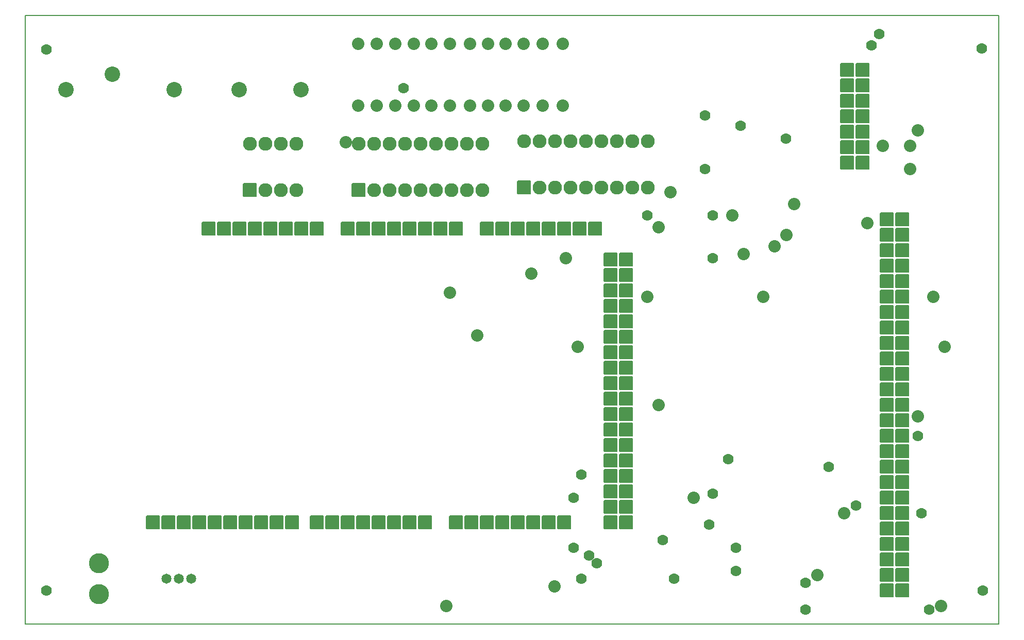
<source format=gbr>
G04 PROTEUS GERBER X2 FILE*
%TF.GenerationSoftware,Labcenter,Proteus,8.13-SP0-Build31525*%
%TF.CreationDate,2023-09-28T22:20:41+00:00*%
%TF.FileFunction,Soldermask,Bot*%
%TF.FilePolarity,Negative*%
%TF.Part,Single*%
%TF.SameCoordinates,{6b1b6182-4d37-414e-9227-abf112f8db44}*%
%FSLAX45Y45*%
%MOMM*%
G01*
%TA.AperFunction,Material*%
%ADD26C,1.778000*%
%ADD27C,2.032000*%
%AMPPAD020*
4,1,36,
-1.016000,-1.143000,
1.016000,-1.143000,
1.041970,-1.140470,
1.065980,-1.133200,
1.087580,-1.121650,
1.106290,-1.106290,
1.121650,-1.087570,
1.133200,-1.065980,
1.140470,-1.041970,
1.143000,-1.016000,
1.143000,1.016000,
1.140470,1.041970,
1.133200,1.065980,
1.121650,1.087570,
1.106290,1.106290,
1.087580,1.121650,
1.065980,1.133200,
1.041970,1.140470,
1.016000,1.143000,
-1.016000,1.143000,
-1.041970,1.140470,
-1.065980,1.133200,
-1.087580,1.121650,
-1.106290,1.106290,
-1.121650,1.087570,
-1.133200,1.065980,
-1.140470,1.041970,
-1.143000,1.016000,
-1.143000,-1.016000,
-1.140470,-1.041970,
-1.133200,-1.065980,
-1.121650,-1.087570,
-1.106290,-1.106290,
-1.087580,-1.121650,
-1.065980,-1.133200,
-1.041970,-1.140470,
-1.016000,-1.143000,
0*%
%TA.AperFunction,Material*%
%ADD28PPAD020*%
%AMPPAD021*
4,1,36,
-1.016000,1.143000,
1.016000,1.143000,
1.041970,1.140470,
1.065980,1.133200,
1.087580,1.121650,
1.106290,1.106290,
1.121650,1.087570,
1.133200,1.065980,
1.140470,1.041970,
1.143000,1.016000,
1.143000,-1.016000,
1.140470,-1.041970,
1.133200,-1.065980,
1.121650,-1.087570,
1.106290,-1.106290,
1.087580,-1.121650,
1.065980,-1.133200,
1.041970,-1.140470,
1.016000,-1.143000,
-1.016000,-1.143000,
-1.041970,-1.140470,
-1.065980,-1.133200,
-1.087580,-1.121650,
-1.106290,-1.106290,
-1.121650,-1.087570,
-1.133200,-1.065980,
-1.140470,-1.041970,
-1.143000,-1.016000,
-1.143000,1.016000,
-1.140470,1.041970,
-1.133200,1.065980,
-1.121650,1.087570,
-1.106290,1.106290,
-1.087580,1.121650,
-1.065980,1.133200,
-1.041970,1.140470,
-1.016000,1.143000,
0*%
%ADD29PPAD021*%
%TA.AperFunction,Material*%
%ADD72C,2.540000*%
%TA.AperFunction,Material*%
%ADD73C,2.286000*%
%TA.AperFunction,Material*%
%ADD30C,3.302000*%
%TA.AperFunction,Material*%
%ADD31C,1.651000*%
%TA.AperFunction,Profile*%
%ADD20C,0.203200*%
%TD.AperFunction*%
D26*
X+6032500Y+4699000D03*
X-1778000Y+3810000D03*
D27*
X+5016500Y-4191000D03*
X+698500Y-4381500D03*
D26*
X+2476500Y-3619500D03*
X+1143000Y-2540000D03*
X+1143000Y-4254500D03*
X+2667000Y-4254500D03*
X+3238500Y-3365500D03*
X+4826000Y-4318000D03*
X+4826000Y-4762500D03*
X+6731000Y-3175000D03*
X+6858000Y-4762500D03*
X+5207000Y-2413000D03*
X+1397000Y-4000500D03*
D27*
X+4635500Y+1905000D03*
X+7048500Y-4699000D03*
X-1079500Y-4699000D03*
X+3810000Y+1079500D03*
D26*
X+1270000Y-3873500D03*
D27*
X+5461000Y-3175000D03*
X+2984500Y-2921000D03*
D26*
X+3683000Y-3746500D03*
X+3683000Y-4127500D03*
X+3175000Y+2476500D03*
X+6667500Y-1905000D03*
X+1016000Y-2921000D03*
D27*
X+7112000Y-444500D03*
X+6667500Y-1587500D03*
D26*
X+3752272Y+3190792D03*
X+5905500Y+4508500D03*
X+5651500Y-3048000D03*
X+3302000Y-2857500D03*
X+3302000Y+1714500D03*
X+2222500Y+1714500D03*
X+3302000Y+1016000D03*
D27*
X-1016000Y+444500D03*
X+2413000Y-1397000D03*
X+6667500Y+3111500D03*
X+6096000Y+2857500D03*
X+6540500Y+2857500D03*
X+6540500Y+2476500D03*
X-2730500Y+2921000D03*
D26*
X+4504138Y+2978813D03*
X+3169996Y+3360454D03*
D27*
X+6921500Y+381000D03*
X+4127500Y+381000D03*
X+2222500Y+381000D03*
X+3619500Y+1714500D03*
X+2413000Y+1524000D03*
X+5842000Y+1587500D03*
X+4508500Y+1397000D03*
X+317500Y+762000D03*
X+889000Y+1016000D03*
X+4318000Y+1206500D03*
X+2603500Y+2095500D03*
X-571500Y-254000D03*
X+1079500Y-444500D03*
D26*
X+3556000Y-2286000D03*
X+1016000Y-3746500D03*
D28*
X-4978400Y+1498600D03*
X-4724400Y+1498600D03*
X-4470400Y+1498600D03*
X-4216400Y+1498600D03*
X-3962400Y+1498600D03*
X-3708400Y+1498600D03*
X-3454400Y+1498600D03*
X-3200400Y+1498600D03*
D29*
X-2692400Y+1498600D03*
D28*
X-2438400Y+1498600D03*
X-2184400Y+1498600D03*
X-1930400Y+1498600D03*
X-1676400Y+1498600D03*
X-1422400Y+1498600D03*
X-1168400Y+1498600D03*
X-914400Y+1498600D03*
X-406400Y+1498600D03*
X-152400Y+1498600D03*
X+101600Y+1498600D03*
X+355600Y+1498600D03*
X+609600Y+1498600D03*
X+863600Y+1498600D03*
X+1117600Y+1498600D03*
X+1371600Y+1498600D03*
X+1625600Y+990600D03*
X+1625600Y+736600D03*
X+1625600Y+482600D03*
X+1625600Y+228600D03*
X+1625600Y-25400D03*
X+1625600Y-279400D03*
X+1625600Y-533400D03*
X+1625600Y-787400D03*
X+1625600Y-1041400D03*
X+1625600Y-1295400D03*
X+1625600Y-1549400D03*
X+1625600Y-1803400D03*
X+1625600Y-2057400D03*
X+1625600Y-2311400D03*
X+1625600Y-2565400D03*
X+1625600Y-2819400D03*
X+1625600Y-3073400D03*
X+1625600Y-3327400D03*
X+1879600Y+990600D03*
X+1879600Y+736600D03*
X+1879600Y+482600D03*
X+1879600Y+228600D03*
X+1879600Y-25400D03*
X+1879600Y-279400D03*
X+1879600Y-533400D03*
X+1879600Y-787400D03*
X+1879600Y-1041400D03*
X+1879600Y-1295400D03*
X+1879600Y-1549400D03*
X+1879600Y-1803400D03*
X+1879600Y-2057400D03*
X+1879600Y-2311400D03*
X+1879600Y-2565400D03*
X+1879600Y-2819400D03*
X+1879600Y-3073400D03*
X+1879600Y-3327400D03*
X+863600Y-3327400D03*
X+609600Y-3327400D03*
X+355600Y-3327400D03*
X+101600Y-3327400D03*
X-152400Y-3327400D03*
X-406400Y-3327400D03*
X-660400Y-3327400D03*
X-914400Y-3327400D03*
X-1422400Y-3327400D03*
X-1676400Y-3327400D03*
X-1930400Y-3327400D03*
X-2184400Y-3327400D03*
X-2438400Y-3327400D03*
X-2692400Y-3327400D03*
X-2946400Y-3327400D03*
X-3200400Y-3327400D03*
X-3606800Y-3327400D03*
X-3860800Y-3327400D03*
X-4114800Y-3327400D03*
X-4368800Y-3327400D03*
X-4622800Y-3327400D03*
X-4876800Y-3327400D03*
X-5130800Y-3327400D03*
X-5384800Y-3327400D03*
X-5638800Y-3327400D03*
X-5892800Y-3327400D03*
D72*
X-5549900Y+3784600D03*
X-7327900Y+3784600D03*
X-6565900Y+4038600D03*
X-4483100Y+3784600D03*
X-3467100Y+3784600D03*
D27*
X-2527300Y+4533900D03*
X-2527300Y+3517900D03*
X-2222500Y+4533900D03*
X-2222500Y+3517900D03*
X-1917700Y+4533900D03*
X-1917700Y+3517900D03*
X-1612900Y+4533900D03*
X-1612900Y+3517900D03*
X-1320800Y+4533900D03*
X-1320800Y+3517900D03*
X-1016000Y+4533900D03*
X-1016000Y+3517900D03*
X-685800Y+4533900D03*
X-685800Y+3517900D03*
X-393700Y+4533900D03*
X-393700Y+3517900D03*
X-101600Y+4533900D03*
X-101600Y+3517900D03*
X+190500Y+4533900D03*
X+190500Y+3517900D03*
X+508000Y+4533900D03*
X+508000Y+3517900D03*
X+838200Y+4533900D03*
X+838200Y+3517900D03*
D29*
X-2514600Y+2133600D03*
D73*
X-2260600Y+2133600D03*
X-2006600Y+2133600D03*
X-1752600Y+2133600D03*
X-1498600Y+2133600D03*
X-1244600Y+2133600D03*
X-990600Y+2133600D03*
X-736600Y+2133600D03*
X-482600Y+2133600D03*
X-482600Y+2895600D03*
X-736600Y+2895600D03*
X-990600Y+2895600D03*
X-1244600Y+2895600D03*
X-1498600Y+2895600D03*
X-1752600Y+2895600D03*
X-2006600Y+2895600D03*
X-2260600Y+2895600D03*
X-2514600Y+2895600D03*
D29*
X+203200Y+2171700D03*
D73*
X+457200Y+2171700D03*
X+711200Y+2171700D03*
X+965200Y+2171700D03*
X+1219200Y+2171700D03*
X+1473200Y+2171700D03*
X+1727200Y+2171700D03*
X+1981200Y+2171700D03*
X+2235200Y+2171700D03*
X+2235200Y+2933700D03*
X+1981200Y+2933700D03*
X+1727200Y+2933700D03*
X+1473200Y+2933700D03*
X+1219200Y+2933700D03*
X+965200Y+2933700D03*
X+711200Y+2933700D03*
X+457200Y+2933700D03*
X+203200Y+2933700D03*
D29*
X+5511800Y+4102100D03*
X+5765800Y+4102100D03*
X+5511800Y+3848100D03*
X+5765800Y+3848100D03*
X+5511800Y+3594100D03*
X+5765800Y+3594100D03*
X+5511800Y+3340100D03*
X+5765800Y+3340100D03*
X+5511800Y+3086100D03*
X+5765800Y+3086100D03*
X+5511800Y+2832100D03*
X+5765800Y+2832100D03*
X+5511800Y+2578100D03*
X+5765800Y+2578100D03*
D30*
X-6781800Y-4000500D03*
X-6781800Y-4508500D03*
D29*
X-4305300Y+2133600D03*
D73*
X-4051300Y+2133600D03*
X-3797300Y+2133600D03*
X-3543300Y+2133600D03*
X-3543300Y+2895600D03*
X-3797300Y+2895600D03*
X-4051300Y+2895600D03*
X-4305300Y+2895600D03*
D29*
X+6159500Y-4445000D03*
X+6413500Y-4445000D03*
X+6159500Y-4191000D03*
X+6413500Y-4191000D03*
X+6159500Y-3937000D03*
X+6413500Y-3937000D03*
X+6159500Y-3683000D03*
X+6413500Y-3683000D03*
X+6159500Y-3429000D03*
X+6413500Y-3429000D03*
X+6159500Y-3175000D03*
X+6413500Y-3175000D03*
X+6159500Y-2921000D03*
X+6413500Y-2921000D03*
X+6159500Y-2667000D03*
X+6413500Y-2667000D03*
X+6159500Y-2413000D03*
X+6413500Y-2413000D03*
X+6159500Y-2159000D03*
X+6413500Y-2159000D03*
X+6159500Y-1905000D03*
X+6413500Y-1905000D03*
X+6159500Y-1651000D03*
X+6413500Y-1651000D03*
X+6159500Y-1397000D03*
X+6413500Y-1397000D03*
X+6159500Y-1143000D03*
X+6413500Y-1143000D03*
X+6159500Y-889000D03*
X+6413500Y-889000D03*
X+6159500Y-635000D03*
X+6413500Y-635000D03*
X+6159500Y-381000D03*
X+6413500Y-381000D03*
X+6159500Y-127000D03*
X+6413500Y-127000D03*
X+6159500Y+127000D03*
X+6413500Y+127000D03*
X+6159500Y+381000D03*
X+6413500Y+381000D03*
X+6159500Y+635000D03*
X+6413500Y+635000D03*
X+6159500Y+889000D03*
X+6413500Y+889000D03*
X+6159500Y+1143000D03*
X+6413500Y+1143000D03*
X+6159500Y+1397000D03*
X+6413500Y+1397000D03*
X+6159500Y+1651000D03*
X+6413500Y+1651000D03*
D31*
X-5673700Y-4254500D03*
X-5473700Y-4254500D03*
X-5273700Y-4254500D03*
D26*
X-7645400Y-4445000D03*
X-7645400Y+4445000D03*
X+7721600Y+4457700D03*
X+7734300Y-4445000D03*
D20*
X-8000000Y-5000000D02*
X+8000000Y-5000000D01*
X+8000000Y+5000000D01*
X-8000000Y+5000000D01*
X-8000000Y-5000000D01*
M02*

</source>
